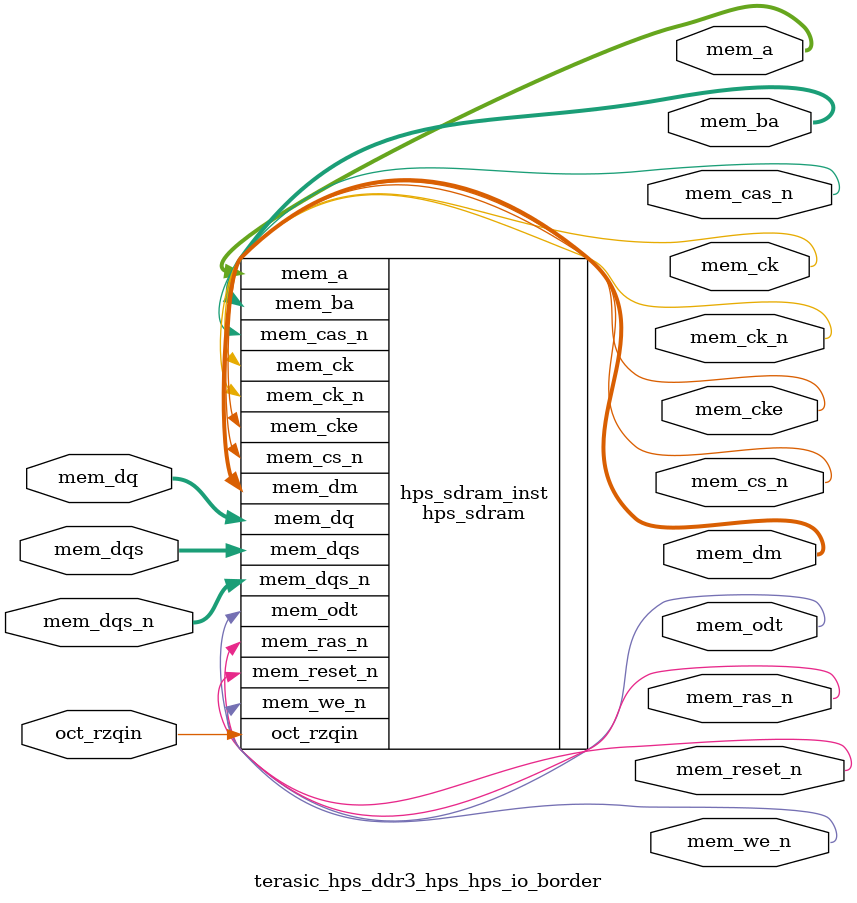
<source format=sv>


module terasic_hps_ddr3_hps_hps_io_border(
// memory
  output wire [15 - 1 : 0 ] mem_a
 ,output wire [3 - 1 : 0 ] mem_ba
 ,output wire [1 - 1 : 0 ] mem_ck
 ,output wire [1 - 1 : 0 ] mem_ck_n
 ,output wire [1 - 1 : 0 ] mem_cke
 ,output wire [1 - 1 : 0 ] mem_cs_n
 ,output wire [1 - 1 : 0 ] mem_ras_n
 ,output wire [1 - 1 : 0 ] mem_cas_n
 ,output wire [1 - 1 : 0 ] mem_we_n
 ,output wire [1 - 1 : 0 ] mem_reset_n
 ,inout wire [32 - 1 : 0 ] mem_dq
 ,inout wire [4 - 1 : 0 ] mem_dqs
 ,inout wire [4 - 1 : 0 ] mem_dqs_n
 ,output wire [1 - 1 : 0 ] mem_odt
 ,output wire [4 - 1 : 0 ] mem_dm
 ,input wire [1 - 1 : 0 ] oct_rzqin
);


hps_sdram hps_sdram_inst(
 .mem_dq({
    mem_dq[31:0] // 31:0
  })
,.mem_odt({
    mem_odt[0:0] // 0:0
  })
,.mem_ras_n({
    mem_ras_n[0:0] // 0:0
  })
,.mem_dqs_n({
    mem_dqs_n[3:0] // 3:0
  })
,.mem_dqs({
    mem_dqs[3:0] // 3:0
  })
,.mem_dm({
    mem_dm[3:0] // 3:0
  })
,.mem_we_n({
    mem_we_n[0:0] // 0:0
  })
,.mem_cas_n({
    mem_cas_n[0:0] // 0:0
  })
,.mem_ba({
    mem_ba[2:0] // 2:0
  })
,.mem_a({
    mem_a[14:0] // 14:0
  })
,.mem_cs_n({
    mem_cs_n[0:0] // 0:0
  })
,.mem_ck({
    mem_ck[0:0] // 0:0
  })
,.mem_cke({
    mem_cke[0:0] // 0:0
  })
,.oct_rzqin({
    oct_rzqin[0:0] // 0:0
  })
,.mem_reset_n({
    mem_reset_n[0:0] // 0:0
  })
,.mem_ck_n({
    mem_ck_n[0:0] // 0:0
  })
);

endmodule


</source>
